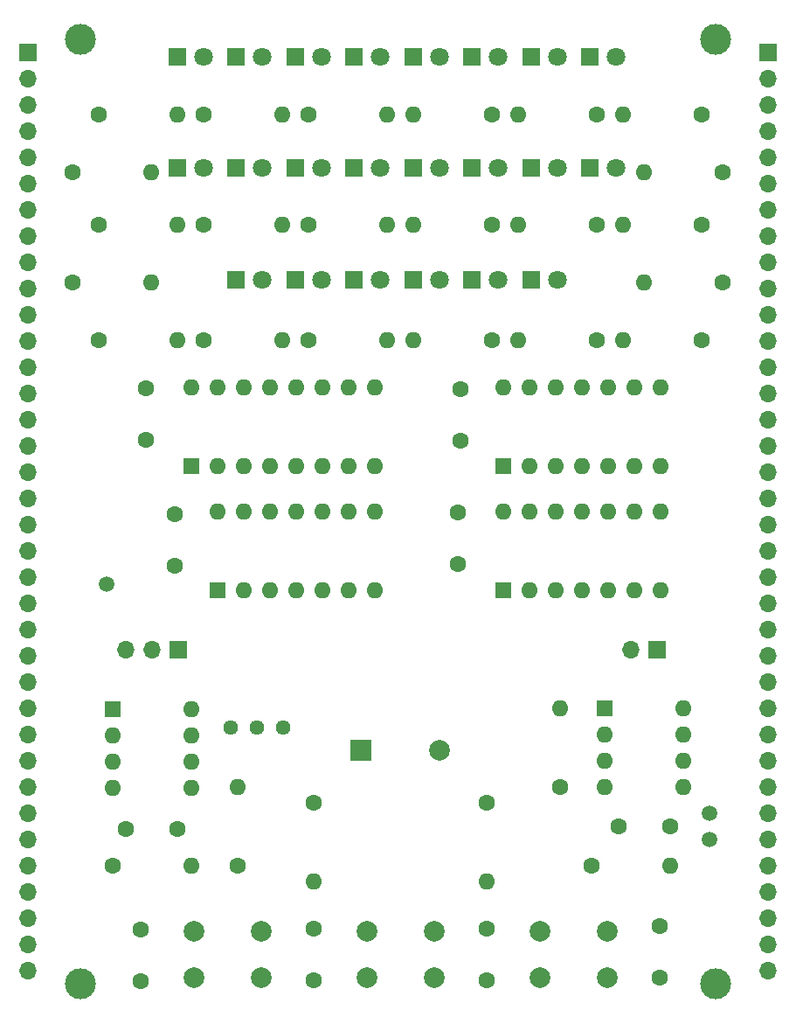
<source format=gts>
G04 #@! TF.GenerationSoftware,KiCad,Pcbnew,8.0.9-8.0.9-0~ubuntu22.04.1*
G04 #@! TF.CreationDate,2025-07-24T19:11:43+10:00*
G04 #@! TF.ProjectId,UE1-TTL-Clock,5545312d-5454-44c2-9d43-6c6f636b2e6b,rev?*
G04 #@! TF.SameCoordinates,Original*
G04 #@! TF.FileFunction,Soldermask,Top*
G04 #@! TF.FilePolarity,Negative*
%FSLAX46Y46*%
G04 Gerber Fmt 4.6, Leading zero omitted, Abs format (unit mm)*
G04 Created by KiCad (PCBNEW 8.0.9-8.0.9-0~ubuntu22.04.1) date 2025-07-24 19:11:43*
%MOMM*%
%LPD*%
G01*
G04 APERTURE LIST*
%ADD10R,1.600000X1.600000*%
%ADD11O,1.600000X1.600000*%
%ADD12C,1.600000*%
%ADD13R,1.800000X1.800000*%
%ADD14C,1.800000*%
%ADD15C,2.000000*%
%ADD16R,2.000000X2.000000*%
%ADD17C,3.000000*%
%ADD18C,1.500000*%
%ADD19R,1.700000X1.700000*%
%ADD20O,1.700000X1.700000*%
%ADD21C,1.440000*%
G04 APERTURE END LIST*
D10*
X108585000Y-105410000D03*
D11*
X111125000Y-105410000D03*
X113665000Y-105410000D03*
X116205000Y-105410000D03*
X118745000Y-105410000D03*
X121285000Y-105410000D03*
X123825000Y-105410000D03*
X123825000Y-97790000D03*
X121285000Y-97790000D03*
X118745000Y-97790000D03*
X116205000Y-97790000D03*
X113665000Y-97790000D03*
X111125000Y-97790000D03*
X108585000Y-97790000D03*
D10*
X106045000Y-93345000D03*
D11*
X108585000Y-93345000D03*
X111125000Y-93345000D03*
X113665000Y-93345000D03*
X116205000Y-93345000D03*
X118745000Y-93345000D03*
X121285000Y-93345000D03*
X123825000Y-93345000D03*
X123825000Y-85725000D03*
X121285000Y-85725000D03*
X118745000Y-85725000D03*
X116205000Y-85725000D03*
X113665000Y-85725000D03*
X111125000Y-85725000D03*
X108585000Y-85725000D03*
X106045000Y-85725000D03*
D10*
X136271000Y-105410000D03*
D11*
X138811000Y-105410000D03*
X141351000Y-105410000D03*
X143891000Y-105410000D03*
X146431000Y-105410000D03*
X148971000Y-105410000D03*
X151511000Y-105410000D03*
X151511000Y-97790000D03*
X148971000Y-97790000D03*
X146431000Y-97790000D03*
X143891000Y-97790000D03*
X141351000Y-97790000D03*
X138811000Y-97790000D03*
X136271000Y-97790000D03*
D12*
X131826000Y-97870000D03*
X131826000Y-102870000D03*
X104394000Y-97997000D03*
X104394000Y-102997000D03*
D13*
X116078000Y-75311000D03*
D14*
X118618000Y-75311000D03*
D12*
X134620000Y-143176000D03*
X134620000Y-138176000D03*
D15*
X106276000Y-138375000D03*
X112776000Y-138375000D03*
X106276000Y-142875000D03*
X112776000Y-142875000D03*
X139804000Y-138375000D03*
X146304000Y-138375000D03*
X139804000Y-142875000D03*
X146304000Y-142875000D03*
D16*
X122490000Y-120904000D03*
D15*
X130090000Y-120904000D03*
D17*
X156845000Y-52070000D03*
D12*
X107188000Y-59309000D03*
D11*
X114808000Y-59309000D03*
D12*
X110490000Y-132080000D03*
D11*
X110490000Y-124460000D03*
D18*
X156210000Y-127000000D03*
D19*
X90170000Y-53340000D03*
D20*
X90170000Y-55880000D03*
X90170000Y-58420000D03*
X90170000Y-60960000D03*
X90170000Y-63500000D03*
X90170000Y-66040000D03*
X90170000Y-68580000D03*
X90170000Y-71120000D03*
X90170000Y-73660000D03*
X90170000Y-76200000D03*
X90170000Y-78740000D03*
X90170000Y-81280000D03*
X90170000Y-83820000D03*
X90170000Y-86360000D03*
X90170000Y-88900000D03*
X90170000Y-91440000D03*
X90170000Y-93980000D03*
X90170000Y-96520000D03*
X90170000Y-99060000D03*
X90170000Y-101600000D03*
X90170000Y-104140000D03*
X90170000Y-106680000D03*
X90170000Y-109220000D03*
X90170000Y-111760000D03*
X90170000Y-114300000D03*
X90170000Y-116840000D03*
X90170000Y-119380000D03*
X90170000Y-121920000D03*
X90170000Y-124460000D03*
X90170000Y-127000000D03*
X90170000Y-129540000D03*
X90170000Y-132080000D03*
X90170000Y-134620000D03*
X90170000Y-137160000D03*
X90170000Y-139700000D03*
X90170000Y-142240000D03*
D12*
X145288000Y-81153000D03*
D11*
X137668000Y-81153000D03*
D10*
X98425000Y-116850000D03*
D11*
X98425000Y-119390000D03*
X98425000Y-121930000D03*
X98425000Y-124470000D03*
X106045000Y-124470000D03*
X106045000Y-121930000D03*
X106045000Y-119390000D03*
X106045000Y-116850000D03*
D12*
X151384000Y-137875000D03*
X151384000Y-142875000D03*
D17*
X95250000Y-143510000D03*
D12*
X155448000Y-59309000D03*
D11*
X147828000Y-59309000D03*
D12*
X135128000Y-69977000D03*
D11*
X127508000Y-69977000D03*
D12*
X155448000Y-69977000D03*
D11*
X147828000Y-69977000D03*
D13*
X116078000Y-64516000D03*
D14*
X118618000Y-64516000D03*
D12*
X155448000Y-81153000D03*
D11*
X147828000Y-81153000D03*
D19*
X104775000Y-111125000D03*
D20*
X102235000Y-111125000D03*
X99695000Y-111125000D03*
D13*
X138938000Y-75311000D03*
D14*
X141478000Y-75311000D03*
D12*
X117348000Y-69977000D03*
D11*
X124968000Y-69977000D03*
D13*
X121793000Y-75311000D03*
D14*
X124333000Y-75311000D03*
D12*
X117348000Y-81153000D03*
D11*
X124968000Y-81153000D03*
D10*
X146050000Y-116840000D03*
D11*
X146050000Y-119380000D03*
X146050000Y-121920000D03*
X146050000Y-124460000D03*
X153670000Y-124460000D03*
X153670000Y-121920000D03*
X153670000Y-119380000D03*
X153670000Y-116840000D03*
D13*
X138938000Y-64516000D03*
D14*
X141478000Y-64516000D03*
D13*
X110363000Y-64516000D03*
D14*
X112903000Y-64516000D03*
D12*
X145288000Y-59309000D03*
D11*
X137668000Y-59309000D03*
D12*
X144780000Y-132080000D03*
D11*
X152400000Y-132080000D03*
D13*
X121793000Y-64516000D03*
D14*
X124333000Y-64516000D03*
D12*
X117856000Y-143176000D03*
X117856000Y-138176000D03*
X97028000Y-81153000D03*
D11*
X104648000Y-81153000D03*
D12*
X94488000Y-64897000D03*
D11*
X102108000Y-64897000D03*
D13*
X110363000Y-53721000D03*
D14*
X112903000Y-53721000D03*
D13*
X133223000Y-64516000D03*
D14*
X135763000Y-64516000D03*
D13*
X127508000Y-75311000D03*
D14*
X130048000Y-75311000D03*
D12*
X107188000Y-81153000D03*
D11*
X114808000Y-81153000D03*
D12*
X104695000Y-128524000D03*
X99695000Y-128524000D03*
D18*
X97790000Y-104775000D03*
D13*
X144653000Y-64516000D03*
D14*
X147193000Y-64516000D03*
D13*
X133223000Y-53721000D03*
D14*
X135763000Y-53721000D03*
D13*
X127508000Y-64516000D03*
D14*
X130048000Y-64516000D03*
D13*
X104648000Y-53721000D03*
D14*
X107188000Y-53721000D03*
D12*
X97028000Y-59309000D03*
D11*
X104648000Y-59309000D03*
D13*
X121793000Y-53721000D03*
D14*
X124333000Y-53721000D03*
D13*
X104648000Y-64516000D03*
D14*
X107188000Y-64516000D03*
D12*
X134620000Y-125984000D03*
D11*
X134620000Y-133604000D03*
D13*
X138938000Y-53721000D03*
D14*
X141478000Y-53721000D03*
D12*
X101092000Y-138256000D03*
X101092000Y-143256000D03*
D13*
X116078000Y-53721000D03*
D14*
X118618000Y-53721000D03*
D10*
X136271000Y-93345000D03*
D11*
X138811000Y-93345000D03*
X141351000Y-93345000D03*
X143891000Y-93345000D03*
X146431000Y-93345000D03*
X148971000Y-93345000D03*
X151511000Y-93345000D03*
X151511000Y-85725000D03*
X148971000Y-85725000D03*
X146431000Y-85725000D03*
X143891000Y-85725000D03*
X141351000Y-85725000D03*
X138811000Y-85725000D03*
X136271000Y-85725000D03*
D12*
X94488000Y-75565000D03*
D11*
X102108000Y-75565000D03*
D17*
X95250000Y-52070000D03*
D12*
X145288000Y-69977000D03*
D11*
X137668000Y-69977000D03*
D13*
X144653000Y-53721000D03*
D14*
X147193000Y-53721000D03*
D12*
X157480000Y-64897000D03*
D11*
X149860000Y-64897000D03*
D15*
X123040000Y-138375000D03*
X129540000Y-138375000D03*
X123040000Y-142875000D03*
X129540000Y-142875000D03*
D12*
X157480000Y-75565000D03*
D11*
X149860000Y-75565000D03*
D17*
X156845000Y-143510000D03*
D13*
X110363000Y-75311000D03*
D14*
X112903000Y-75311000D03*
D19*
X161925000Y-53340000D03*
D20*
X161925000Y-55880000D03*
X161925000Y-58420000D03*
X161925000Y-60960000D03*
X161925000Y-63500000D03*
X161925000Y-66040000D03*
X161925000Y-68580000D03*
X161925000Y-71120000D03*
X161925000Y-73660000D03*
X161925000Y-76200000D03*
X161925000Y-78740000D03*
X161925000Y-81280000D03*
X161925000Y-83820000D03*
X161925000Y-86360000D03*
X161925000Y-88900000D03*
X161925000Y-91440000D03*
X161925000Y-93980000D03*
X161925000Y-96520000D03*
X161925000Y-99060000D03*
X161925000Y-101600000D03*
X161925000Y-104140000D03*
X161925000Y-106680000D03*
X161925000Y-109220000D03*
X161925000Y-111760000D03*
X161925000Y-114300000D03*
X161925000Y-116840000D03*
X161925000Y-119380000D03*
X161925000Y-121920000D03*
X161925000Y-124460000D03*
X161925000Y-127000000D03*
X161925000Y-129540000D03*
X161925000Y-132080000D03*
X161925000Y-134620000D03*
X161925000Y-137160000D03*
X161925000Y-139700000D03*
X161925000Y-142240000D03*
D12*
X135128000Y-59309000D03*
D11*
X127508000Y-59309000D03*
D12*
X117856000Y-125984000D03*
D11*
X117856000Y-133604000D03*
D12*
X141732000Y-124460000D03*
D11*
X141732000Y-116840000D03*
D12*
X97028000Y-69977000D03*
D11*
X104648000Y-69977000D03*
D12*
X152400000Y-128270000D03*
X147400000Y-128270000D03*
D18*
X156210000Y-129540000D03*
D13*
X127508000Y-53721000D03*
D14*
X130048000Y-53721000D03*
D13*
X133223000Y-75311000D03*
D14*
X135763000Y-75311000D03*
D12*
X117348000Y-59309000D03*
D11*
X124968000Y-59309000D03*
D12*
X101600000Y-85805000D03*
X101600000Y-90805000D03*
X132080000Y-85932000D03*
X132080000Y-90932000D03*
D21*
X114920000Y-118670000D03*
X112380000Y-118670000D03*
X109840000Y-118670000D03*
D12*
X107188000Y-69977000D03*
D11*
X114808000Y-69977000D03*
D19*
X151130000Y-111125000D03*
D20*
X148590000Y-111125000D03*
D12*
X135128000Y-81153000D03*
D11*
X127508000Y-81153000D03*
D12*
X98425000Y-132080000D03*
D11*
X106045000Y-132080000D03*
M02*

</source>
